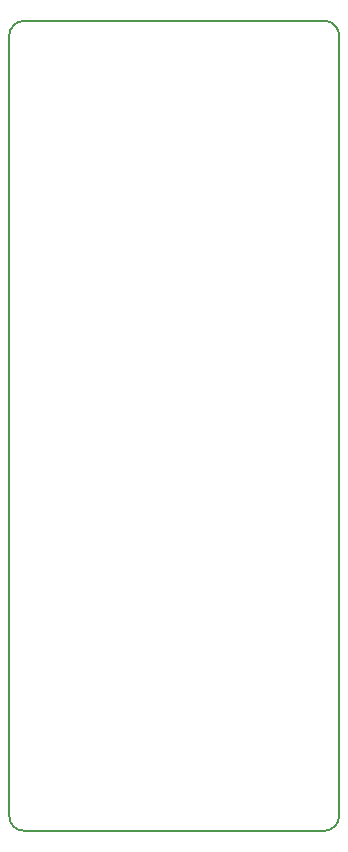
<source format=gbr>
G04 #@! TF.GenerationSoftware,KiCad,Pcbnew,7.0.11+dfsg-1build4*
G04 #@! TF.CreationDate,2024-10-25T09:31:06+09:00*
G04 #@! TF.ProjectId,bionic-tmp90c802,62696f6e-6963-42d7-946d-703930633830,5*
G04 #@! TF.SameCoordinates,Original*
G04 #@! TF.FileFunction,Profile,NP*
%FSLAX46Y46*%
G04 Gerber Fmt 4.6, Leading zero omitted, Abs format (unit mm)*
G04 Created by KiCad (PCBNEW 7.0.11+dfsg-1build4) date 2024-10-25 09:31:06*
%MOMM*%
%LPD*%
G01*
G04 APERTURE LIST*
G04 #@! TA.AperFunction,Profile*
%ADD10C,0.150000*%
G04 #@! TD*
G04 APERTURE END LIST*
D10*
X101000000Y-71270000D02*
X101000000Y-137310000D01*
X127670000Y-70000000D02*
X102270000Y-70000000D01*
X128940000Y-71270000D02*
G75*
G03*
X127670000Y-70000000I-1270000J0D01*
G01*
X102270000Y-70000000D02*
G75*
G03*
X101000000Y-71270000I0J-1270000D01*
G01*
X127670000Y-138580000D02*
G75*
G03*
X128940000Y-137310000I0J1270000D01*
G01*
X102270000Y-138580000D02*
X127670000Y-138580000D01*
X101000000Y-137310000D02*
G75*
G03*
X102270000Y-138580000I1270000J0D01*
G01*
X128940000Y-137310000D02*
X128940000Y-71270000D01*
M02*

</source>
